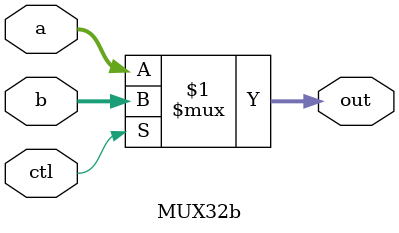
<source format=v>
`timescale 1ns / 1ps


module MUX32b(
    ctl,a,b,out
    );
    input ctl;
    input [31:0] a,b;
    output [31:0] out;

    assign out=(ctl)?b:a;

endmodule

</source>
